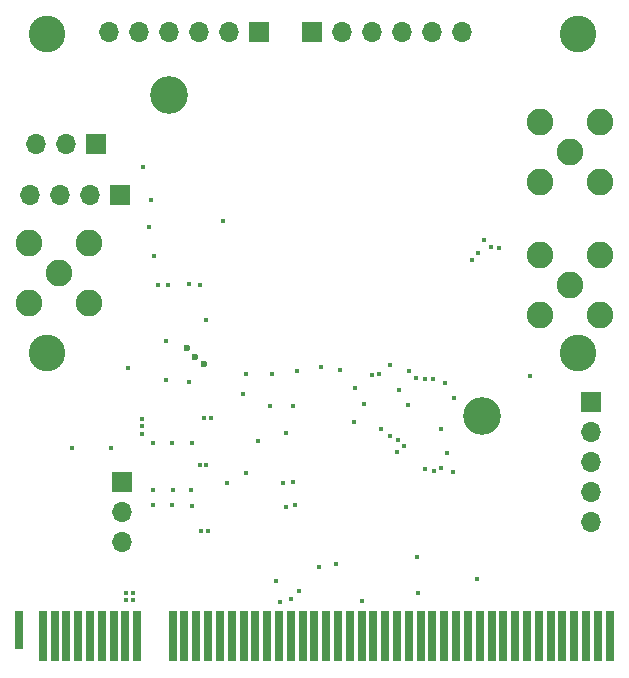
<source format=gbr>
G04 #@! TF.GenerationSoftware,KiCad,Pcbnew,(6.0.10)*
G04 #@! TF.CreationDate,2023-02-10T19:23:53+01:00*
G04 #@! TF.ProjectId,astropix_v3,61737472-6f70-4697-985f-76332e6b6963,1.0*
G04 #@! TF.SameCoordinates,Original*
G04 #@! TF.FileFunction,Soldermask,Bot*
G04 #@! TF.FilePolarity,Negative*
%FSLAX46Y46*%
G04 Gerber Fmt 4.6, Leading zero omitted, Abs format (unit mm)*
G04 Created by KiCad (PCBNEW (6.0.10)) date 2023-02-10 19:23:53*
%MOMM*%
%LPD*%
G01*
G04 APERTURE LIST*
%ADD10C,3.200000*%
%ADD11C,2.250000*%
%ADD12R,1.700000X1.700000*%
%ADD13O,1.700000X1.700000*%
%ADD14R,0.700000X3.200000*%
%ADD15R,0.700000X4.300000*%
%ADD16C,3.100000*%
%ADD17C,0.600000*%
%ADD18C,0.450000*%
G04 APERTURE END LIST*
D10*
G04 #@! TO.C,H2*
X145400000Y-87100000D03*
G04 #@! TD*
D11*
G04 #@! TO.C,J6*
X109520000Y-75000000D03*
X106980000Y-72460000D03*
X112060000Y-77540000D03*
X106980000Y-77540000D03*
X112060000Y-72460000D03*
G04 #@! TD*
D12*
G04 #@! TO.C,J9*
X126492000Y-54610000D03*
D13*
X123952000Y-54610000D03*
X121412000Y-54610000D03*
X118872000Y-54610000D03*
X116332000Y-54610000D03*
X113792000Y-54610000D03*
G04 #@! TD*
D12*
G04 #@! TO.C,J10*
X130937000Y-54610000D03*
D13*
X133477000Y-54610000D03*
X136017000Y-54610000D03*
X138557000Y-54610000D03*
X141097000Y-54610000D03*
X143637000Y-54610000D03*
G04 #@! TD*
D14*
G04 #@! TO.C,J1*
X106172000Y-105241000D03*
D15*
X108172000Y-105791000D03*
X109172000Y-105791000D03*
X110172000Y-105791000D03*
X111172000Y-105791000D03*
X112172000Y-105791000D03*
X113172000Y-105791000D03*
X114172000Y-105791000D03*
X115172000Y-105791000D03*
X116172000Y-105791000D03*
X119172000Y-105791000D03*
X120172000Y-105791000D03*
X121172000Y-105791000D03*
X122172000Y-105791000D03*
X123172000Y-105791000D03*
X124172000Y-105791000D03*
X125172000Y-105791000D03*
X126172000Y-105791000D03*
X127172000Y-105791000D03*
X128172000Y-105791000D03*
X129172000Y-105791000D03*
X130172000Y-105791000D03*
X131172000Y-105791000D03*
X132172000Y-105791000D03*
X133172000Y-105791000D03*
X134172000Y-105791000D03*
X135172000Y-105791000D03*
X136172000Y-105791000D03*
X137172000Y-105791000D03*
X138172000Y-105791000D03*
X139172000Y-105791000D03*
X140172000Y-105791000D03*
X141172000Y-105791000D03*
X142172000Y-105791000D03*
X143172000Y-105791000D03*
X144172000Y-105791000D03*
X145172000Y-105791000D03*
X146172000Y-105791000D03*
X147172000Y-105791000D03*
X148172000Y-105791000D03*
X149172000Y-105791000D03*
X150172000Y-105791000D03*
X151172000Y-105791000D03*
X152172000Y-105791000D03*
X153172000Y-105791000D03*
X154172000Y-105791000D03*
X155172000Y-105791000D03*
X156172000Y-105791000D03*
G04 #@! TD*
D12*
G04 #@! TO.C,JP1*
X114909600Y-92710000D03*
D13*
X114909600Y-95250000D03*
X114909600Y-97790000D03*
G04 #@! TD*
D10*
G04 #@! TO.C,H1*
X118850000Y-59950000D03*
G04 #@! TD*
D11*
G04 #@! TO.C,J5*
X152800000Y-64800000D03*
X155340000Y-67340000D03*
X155340000Y-62260000D03*
X150260000Y-62260000D03*
X150260000Y-67340000D03*
G04 #@! TD*
D16*
G04 #@! TO.C,H3*
X108500000Y-54800000D03*
X153500000Y-54800000D03*
X153500000Y-81800000D03*
X108500000Y-81800000D03*
G04 #@! TD*
D11*
G04 #@! TO.C,J4*
X152800000Y-76000000D03*
X150260000Y-78540000D03*
X155340000Y-73460000D03*
X150260000Y-73460000D03*
X155340000Y-78540000D03*
G04 #@! TD*
D17*
G04 #@! TO.C,U5*
X121800000Y-82700000D03*
X121100000Y-82100000D03*
X120400000Y-81400000D03*
G04 #@! TD*
D12*
G04 #@! TO.C,J2*
X114700000Y-68400000D03*
D13*
X112160000Y-68400000D03*
X109620000Y-68400000D03*
X107080000Y-68400000D03*
G04 #@! TD*
D12*
G04 #@! TO.C,J7*
X112700000Y-64100000D03*
D13*
X110160000Y-64100000D03*
X107620000Y-64100000D03*
G04 #@! TD*
D12*
G04 #@! TO.C,J3*
X154600000Y-85960000D03*
D13*
X154600000Y-88500000D03*
X154600000Y-91040000D03*
X154600000Y-93580000D03*
X154600000Y-96120000D03*
G04 #@! TD*
D18*
X123400000Y-70600000D03*
X122025400Y-91274600D03*
X121523700Y-91274600D03*
X121551404Y-96863200D03*
X122123200Y-96850200D03*
X118600000Y-84100000D03*
X142200000Y-84300000D03*
X120525279Y-84289388D03*
X115400000Y-83100000D03*
X136800000Y-88200000D03*
X141900000Y-88200000D03*
X129901386Y-101901386D03*
X128750000Y-94800000D03*
X143000000Y-85600000D03*
X136085000Y-83635000D03*
X135200000Y-102800000D03*
X134508715Y-87608886D03*
X141312479Y-91777953D03*
X140561501Y-91609631D03*
X138175249Y-90216461D03*
X128800000Y-88600000D03*
X128300000Y-102850000D03*
X129338489Y-92700000D03*
X129500000Y-94700000D03*
X128547601Y-92809810D03*
X139088000Y-86200000D03*
X120777000Y-94742000D03*
X125347197Y-91920804D03*
X136657557Y-83538000D03*
X149411002Y-83757228D03*
X125385000Y-83585000D03*
X117500400Y-93421200D03*
X129338000Y-86300000D03*
X119150000Y-89450000D03*
X115824000Y-102717600D03*
X119176800Y-93421200D03*
X134611520Y-84750000D03*
X129700000Y-83300000D03*
X115214400Y-102743000D03*
X120800000Y-89450000D03*
X131750000Y-83000000D03*
X120751600Y-93421200D03*
X117550000Y-89450000D03*
X115824000Y-102108000D03*
X138350000Y-84900000D03*
X110642400Y-89814400D03*
X117500388Y-94691200D03*
X123797801Y-92835204D03*
X133350000Y-83250000D03*
X119151402Y-94691200D03*
X127600000Y-83600000D03*
X126439401Y-89253804D03*
X115214400Y-102108000D03*
X127400000Y-86300000D03*
X135412000Y-86100000D03*
X137550000Y-82850000D03*
X113944400Y-89814398D03*
X129150000Y-102600000D03*
X127942344Y-101075000D03*
X117900000Y-76000000D03*
X118807298Y-76007298D03*
X121991250Y-78991250D03*
X121500000Y-76000000D03*
X120552861Y-75952861D03*
X146100000Y-72800000D03*
X144500000Y-73900000D03*
X146800000Y-72900000D03*
X145500000Y-72200000D03*
X144997500Y-73300000D03*
X132981510Y-99685838D03*
X131600000Y-99900000D03*
X139900000Y-99100000D03*
X144900000Y-100900000D03*
X141200000Y-84000000D03*
X116694142Y-66014314D03*
X140500000Y-84000000D03*
X117325000Y-68875000D03*
X117193164Y-71138907D03*
X139808672Y-83891328D03*
X139208672Y-83291328D03*
X117605164Y-73544836D03*
X137600000Y-88800000D03*
X142400000Y-90300000D03*
X138212281Y-89200000D03*
X142899244Y-91901275D03*
X138788000Y-89673383D03*
X141932656Y-91517344D03*
X116550000Y-88650000D03*
X122400000Y-87300000D03*
X116550000Y-87400000D03*
X116550000Y-88000000D03*
X121800000Y-87300000D03*
X139950000Y-102150000D03*
X125100000Y-85300000D03*
X118600000Y-80800000D03*
M02*

</source>
